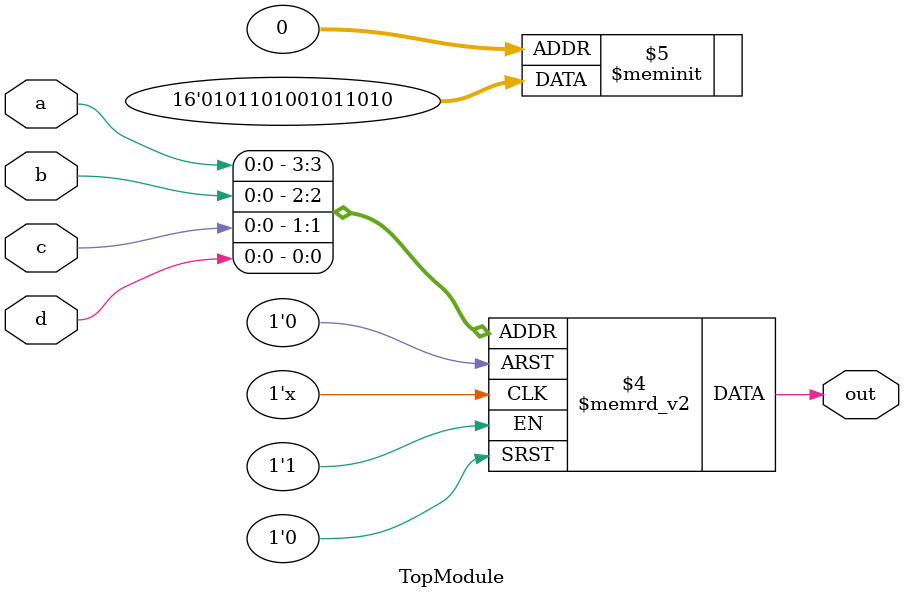
<source format=sv>

module TopModule (
    input a,
    input b,
    input c,
    input d,
    output reg out
);

    always @(*) begin
        // Calculate the output based on the given K-map
        case ({a, b, c, d})
            4'b0000: out = 0;   // cd=00, ab=00
            4'b0001: out = 1;   // cd=00, ab=01
            4'b0010: out = 0;   // cd=00, ab=10
            4'b0011: out = 1;   // cd=00, ab=11
            4'b0100: out = 1;   // cd=01, ab=00
            4'b0101: out = 0;   // cd=01, ab=01
            4'b0110: out = 1;   // cd=01, ab=10
            4'b0111: out = 0;   // cd=01, ab=11
            4'b1000: out = 0;   // cd=10, ab=00
            4'b1001: out = 1;   // cd=10, ab=01
            4'b1010: out = 0;   // cd=10, ab=10
            4'b1011: out = 1;   // cd=10, ab=11
            4'b1100: out = 1;   // cd=11, ab=00
            4'b1101: out = 0;   // cd=11, ab=01
            4'b1110: out = 1;   // cd=11, ab=10
            4'b1111: out = 0;   // cd=11, ab=11
            default: out = 0;    // Default case
        endcase
    end

endmodule
</source>
